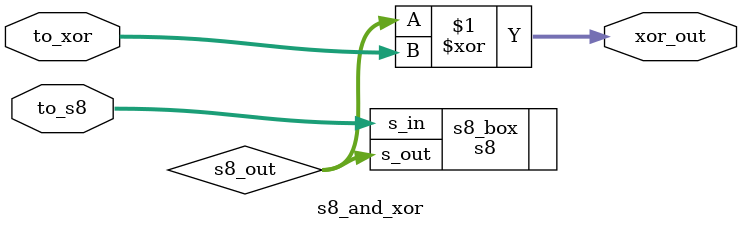
<source format=v>
module s8_and_xor(
input [7:0] to_s8,
input [7:0] to_xor,
output [7:0] xor_out
);


wire [7:0] s8_out;


s8 s8_box(
.s_in(to_s8),
.s_out(s8_out)
);


assign xor_out = s8_out ^ to_xor;



endmodule

</source>
